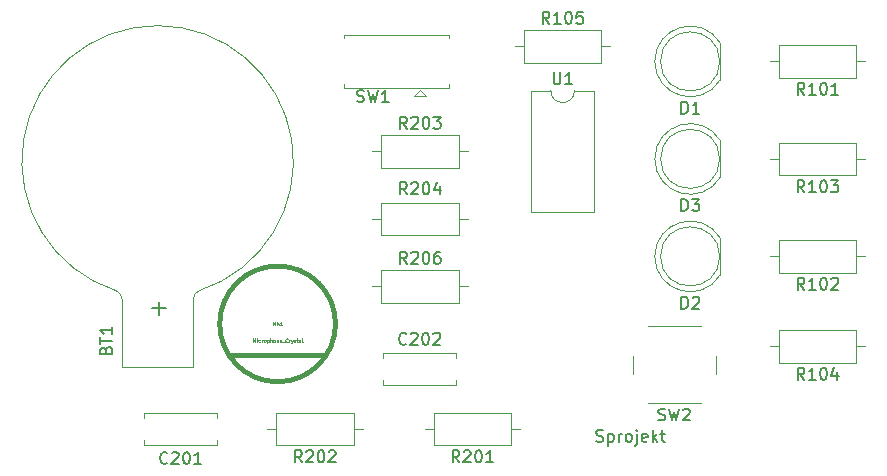
<source format=gbr>
G04 #@! TF.GenerationSoftware,KiCad,Pcbnew,(5.1.4)-1*
G04 #@! TF.CreationDate,2019-11-04T14:48:40+01:00*
G04 #@! TF.ProjectId,Soundsensor Digital,536f756e-6473-4656-9e73-6f7220446967,rev?*
G04 #@! TF.SameCoordinates,Original*
G04 #@! TF.FileFunction,Legend,Top*
G04 #@! TF.FilePolarity,Positive*
%FSLAX46Y46*%
G04 Gerber Fmt 4.6, Leading zero omitted, Abs format (unit mm)*
G04 Created by KiCad (PCBNEW (5.1.4)-1) date 2019-11-04 14:48:40*
%MOMM*%
%LPD*%
G04 APERTURE LIST*
%ADD10C,0.150000*%
%ADD11C,0.120000*%
%ADD12C,0.381000*%
%ADD13C,0.075000*%
G04 APERTURE END LIST*
D10*
X192087857Y-131849761D02*
X192230714Y-131897380D01*
X192468809Y-131897380D01*
X192564047Y-131849761D01*
X192611666Y-131802142D01*
X192659285Y-131706904D01*
X192659285Y-131611666D01*
X192611666Y-131516428D01*
X192564047Y-131468809D01*
X192468809Y-131421190D01*
X192278333Y-131373571D01*
X192183095Y-131325952D01*
X192135476Y-131278333D01*
X192087857Y-131183095D01*
X192087857Y-131087857D01*
X192135476Y-130992619D01*
X192183095Y-130945000D01*
X192278333Y-130897380D01*
X192516428Y-130897380D01*
X192659285Y-130945000D01*
X193087857Y-131230714D02*
X193087857Y-132230714D01*
X193087857Y-131278333D02*
X193183095Y-131230714D01*
X193373571Y-131230714D01*
X193468809Y-131278333D01*
X193516428Y-131325952D01*
X193564047Y-131421190D01*
X193564047Y-131706904D01*
X193516428Y-131802142D01*
X193468809Y-131849761D01*
X193373571Y-131897380D01*
X193183095Y-131897380D01*
X193087857Y-131849761D01*
X193992619Y-131897380D02*
X193992619Y-131230714D01*
X193992619Y-131421190D02*
X194040238Y-131325952D01*
X194087857Y-131278333D01*
X194183095Y-131230714D01*
X194278333Y-131230714D01*
X194754523Y-131897380D02*
X194659285Y-131849761D01*
X194611666Y-131802142D01*
X194564047Y-131706904D01*
X194564047Y-131421190D01*
X194611666Y-131325952D01*
X194659285Y-131278333D01*
X194754523Y-131230714D01*
X194897380Y-131230714D01*
X194992619Y-131278333D01*
X195040238Y-131325952D01*
X195087857Y-131421190D01*
X195087857Y-131706904D01*
X195040238Y-131802142D01*
X194992619Y-131849761D01*
X194897380Y-131897380D01*
X194754523Y-131897380D01*
X195516428Y-131230714D02*
X195516428Y-132087857D01*
X195468809Y-132183095D01*
X195373571Y-132230714D01*
X195325952Y-132230714D01*
X195516428Y-130897380D02*
X195468809Y-130945000D01*
X195516428Y-130992619D01*
X195564047Y-130945000D01*
X195516428Y-130897380D01*
X195516428Y-130992619D01*
X196373571Y-131849761D02*
X196278333Y-131897380D01*
X196087857Y-131897380D01*
X195992619Y-131849761D01*
X195945000Y-131754523D01*
X195945000Y-131373571D01*
X195992619Y-131278333D01*
X196087857Y-131230714D01*
X196278333Y-131230714D01*
X196373571Y-131278333D01*
X196421190Y-131373571D01*
X196421190Y-131468809D01*
X195945000Y-131564047D01*
X196849761Y-131897380D02*
X196849761Y-130897380D01*
X196945000Y-131516428D02*
X197230714Y-131897380D01*
X197230714Y-131230714D02*
X196849761Y-131611666D01*
X197516428Y-131230714D02*
X197897380Y-131230714D01*
X197659285Y-130897380D02*
X197659285Y-131754523D01*
X197706904Y-131849761D01*
X197802142Y-131897380D01*
X197897380Y-131897380D01*
D11*
X180435000Y-114400000D02*
X180435000Y-111660000D01*
X180435000Y-111660000D02*
X173895000Y-111660000D01*
X173895000Y-111660000D02*
X173895000Y-114400000D01*
X173895000Y-114400000D02*
X180435000Y-114400000D01*
X181205000Y-113030000D02*
X180435000Y-113030000D01*
X173125000Y-113030000D02*
X173895000Y-113030000D01*
X154894719Y-96664329D02*
G75*
G02X158440000Y-119110000I45281J-11495671D01*
G01*
X158466384Y-119108246D02*
G75*
G03X157940000Y-119860000I273616J-751754D01*
G01*
X154985281Y-96664329D02*
G75*
G03X151440000Y-119110000I-45281J-11495671D01*
G01*
X151413616Y-119108246D02*
G75*
G02X151940000Y-119860000I-273616J-751754D01*
G01*
X151940000Y-125560000D02*
X151940000Y-119860000D01*
X157940000Y-125560000D02*
X151940000Y-125560000D01*
X157940000Y-125560000D02*
X157940000Y-119860000D01*
X197035000Y-99694538D02*
G75*
G03X202585000Y-101239830I2990000J-462D01*
G01*
X197035000Y-99695462D02*
G75*
G02X202585000Y-98150170I2990000J462D01*
G01*
X202525000Y-99695000D02*
G75*
G03X202525000Y-99695000I-2500000J0D01*
G01*
X202585000Y-101240000D02*
X202585000Y-98150000D01*
X202585000Y-117750000D02*
X202585000Y-114660000D01*
X202525000Y-116205000D02*
G75*
G03X202525000Y-116205000I-2500000J0D01*
G01*
X197035000Y-116205462D02*
G75*
G02X202585000Y-114660170I2990000J462D01*
G01*
X197035000Y-116204538D02*
G75*
G03X202585000Y-117749830I2990000J-462D01*
G01*
X197035000Y-107949538D02*
G75*
G03X202585000Y-109494830I2990000J-462D01*
G01*
X197035000Y-107950462D02*
G75*
G02X202585000Y-106405170I2990000J462D01*
G01*
X202525000Y-107950000D02*
G75*
G03X202525000Y-107950000I-2500000J0D01*
G01*
X202585000Y-109495000D02*
X202585000Y-106405000D01*
X214090000Y-101065000D02*
X214090000Y-98325000D01*
X214090000Y-98325000D02*
X207550000Y-98325000D01*
X207550000Y-98325000D02*
X207550000Y-101065000D01*
X207550000Y-101065000D02*
X214090000Y-101065000D01*
X214860000Y-99695000D02*
X214090000Y-99695000D01*
X206780000Y-99695000D02*
X207550000Y-99695000D01*
X206780000Y-116205000D02*
X207550000Y-116205000D01*
X214860000Y-116205000D02*
X214090000Y-116205000D01*
X207550000Y-117575000D02*
X214090000Y-117575000D01*
X207550000Y-114835000D02*
X207550000Y-117575000D01*
X214090000Y-114835000D02*
X207550000Y-114835000D01*
X214090000Y-117575000D02*
X214090000Y-114835000D01*
X214090000Y-109320000D02*
X214090000Y-106580000D01*
X214090000Y-106580000D02*
X207550000Y-106580000D01*
X207550000Y-106580000D02*
X207550000Y-109320000D01*
X207550000Y-109320000D02*
X214090000Y-109320000D01*
X214860000Y-107950000D02*
X214090000Y-107950000D01*
X206780000Y-107950000D02*
X207550000Y-107950000D01*
X206780000Y-123825000D02*
X207550000Y-123825000D01*
X214860000Y-123825000D02*
X214090000Y-123825000D01*
X207550000Y-125195000D02*
X214090000Y-125195000D01*
X207550000Y-122455000D02*
X207550000Y-125195000D01*
X214090000Y-122455000D02*
X207550000Y-122455000D01*
X214090000Y-125195000D02*
X214090000Y-122455000D01*
X193270000Y-98425000D02*
X192500000Y-98425000D01*
X185190000Y-98425000D02*
X185960000Y-98425000D01*
X192500000Y-97055000D02*
X185960000Y-97055000D01*
X192500000Y-99795000D02*
X192500000Y-97055000D01*
X185960000Y-99795000D02*
X192500000Y-99795000D01*
X185960000Y-97055000D02*
X185960000Y-99795000D01*
X184880000Y-132180000D02*
X184880000Y-129440000D01*
X184880000Y-129440000D02*
X178340000Y-129440000D01*
X178340000Y-129440000D02*
X178340000Y-132180000D01*
X178340000Y-132180000D02*
X184880000Y-132180000D01*
X185650000Y-130810000D02*
X184880000Y-130810000D01*
X177570000Y-130810000D02*
X178340000Y-130810000D01*
X171545000Y-132180000D02*
X171545000Y-129440000D01*
X171545000Y-129440000D02*
X165005000Y-129440000D01*
X165005000Y-129440000D02*
X165005000Y-132180000D01*
X165005000Y-132180000D02*
X171545000Y-132180000D01*
X172315000Y-130810000D02*
X171545000Y-130810000D01*
X164235000Y-130810000D02*
X165005000Y-130810000D01*
X181205000Y-107315000D02*
X180435000Y-107315000D01*
X173125000Y-107315000D02*
X173895000Y-107315000D01*
X180435000Y-105945000D02*
X173895000Y-105945000D01*
X180435000Y-108685000D02*
X180435000Y-105945000D01*
X173895000Y-108685000D02*
X180435000Y-108685000D01*
X173895000Y-105945000D02*
X173895000Y-108685000D01*
X181205000Y-118745000D02*
X180435000Y-118745000D01*
X173125000Y-118745000D02*
X173895000Y-118745000D01*
X180435000Y-117375000D02*
X173895000Y-117375000D01*
X180435000Y-120115000D02*
X180435000Y-117375000D01*
X173895000Y-120115000D02*
X180435000Y-120115000D01*
X173895000Y-117375000D02*
X173895000Y-120115000D01*
X179575000Y-101955000D02*
X170755000Y-101955000D01*
X170755000Y-101955000D02*
X170755000Y-101645000D01*
X170755000Y-97435000D02*
X179575000Y-97435000D01*
X179575000Y-101645000D02*
X179575000Y-101955000D01*
X179575000Y-97435000D02*
X179575000Y-97745000D01*
X170755000Y-97435000D02*
X170755000Y-97745000D01*
X177665000Y-102655000D02*
X177165000Y-102155000D01*
X177165000Y-102155000D02*
X176665000Y-102655000D01*
X176665000Y-102655000D02*
X177665000Y-102655000D01*
X200930000Y-122135000D02*
X196430000Y-122135000D01*
X202180000Y-126135000D02*
X202180000Y-124635000D01*
X196430000Y-128635000D02*
X200930000Y-128635000D01*
X195180000Y-124635000D02*
X195180000Y-126135000D01*
X190230000Y-102175000D02*
G75*
G02X188230000Y-102175000I-1000000J0D01*
G01*
X188230000Y-102175000D02*
X186580000Y-102175000D01*
X186580000Y-102175000D02*
X186580000Y-112455000D01*
X186580000Y-112455000D02*
X191880000Y-112455000D01*
X191880000Y-112455000D02*
X191880000Y-102175000D01*
X191880000Y-102175000D02*
X190230000Y-102175000D01*
X153765000Y-129885000D02*
X153765000Y-129440000D01*
X153765000Y-132180000D02*
X153765000Y-131735000D01*
X160005000Y-129885000D02*
X160005000Y-129440000D01*
X160005000Y-132180000D02*
X160005000Y-131735000D01*
X160005000Y-129440000D02*
X153765000Y-129440000D01*
X160005000Y-132180000D02*
X153765000Y-132180000D01*
X174005000Y-124360000D02*
X180245000Y-124360000D01*
X174005000Y-127100000D02*
X180245000Y-127100000D01*
X174005000Y-124360000D02*
X174005000Y-124805000D01*
X174005000Y-126655000D02*
X174005000Y-127100000D01*
X180245000Y-124360000D02*
X180245000Y-124805000D01*
X180245000Y-126655000D02*
X180245000Y-127100000D01*
D12*
X170000000Y-121920000D02*
G75*
G03X170000000Y-121920000I-4900000J0D01*
G01*
X161100000Y-124520000D02*
X169100000Y-124520000D01*
D10*
X176045952Y-110942380D02*
X175712619Y-110466190D01*
X175474523Y-110942380D02*
X175474523Y-109942380D01*
X175855476Y-109942380D01*
X175950714Y-109990000D01*
X175998333Y-110037619D01*
X176045952Y-110132857D01*
X176045952Y-110275714D01*
X175998333Y-110370952D01*
X175950714Y-110418571D01*
X175855476Y-110466190D01*
X175474523Y-110466190D01*
X176426904Y-110037619D02*
X176474523Y-109990000D01*
X176569761Y-109942380D01*
X176807857Y-109942380D01*
X176903095Y-109990000D01*
X176950714Y-110037619D01*
X176998333Y-110132857D01*
X176998333Y-110228095D01*
X176950714Y-110370952D01*
X176379285Y-110942380D01*
X176998333Y-110942380D01*
X177617380Y-109942380D02*
X177712619Y-109942380D01*
X177807857Y-109990000D01*
X177855476Y-110037619D01*
X177903095Y-110132857D01*
X177950714Y-110323333D01*
X177950714Y-110561428D01*
X177903095Y-110751904D01*
X177855476Y-110847142D01*
X177807857Y-110894761D01*
X177712619Y-110942380D01*
X177617380Y-110942380D01*
X177522142Y-110894761D01*
X177474523Y-110847142D01*
X177426904Y-110751904D01*
X177379285Y-110561428D01*
X177379285Y-110323333D01*
X177426904Y-110132857D01*
X177474523Y-110037619D01*
X177522142Y-109990000D01*
X177617380Y-109942380D01*
X178807857Y-110275714D02*
X178807857Y-110942380D01*
X178569761Y-109894761D02*
X178331666Y-110609047D01*
X178950714Y-110609047D01*
X150568571Y-124145714D02*
X150616190Y-124002857D01*
X150663809Y-123955238D01*
X150759047Y-123907619D01*
X150901904Y-123907619D01*
X150997142Y-123955238D01*
X151044761Y-124002857D01*
X151092380Y-124098095D01*
X151092380Y-124479047D01*
X150092380Y-124479047D01*
X150092380Y-124145714D01*
X150140000Y-124050476D01*
X150187619Y-124002857D01*
X150282857Y-123955238D01*
X150378095Y-123955238D01*
X150473333Y-124002857D01*
X150520952Y-124050476D01*
X150568571Y-124145714D01*
X150568571Y-124479047D01*
X150092380Y-123621904D02*
X150092380Y-123050476D01*
X151092380Y-123336190D02*
X150092380Y-123336190D01*
X151092380Y-122193333D02*
X151092380Y-122764761D01*
X151092380Y-122479047D02*
X150092380Y-122479047D01*
X150235238Y-122574285D01*
X150330476Y-122669523D01*
X150378095Y-122764761D01*
X155047142Y-121181428D02*
X155047142Y-120038571D01*
X155618571Y-120610000D02*
X154475714Y-120610000D01*
X199286904Y-104107380D02*
X199286904Y-103107380D01*
X199525000Y-103107380D01*
X199667857Y-103155000D01*
X199763095Y-103250238D01*
X199810714Y-103345476D01*
X199858333Y-103535952D01*
X199858333Y-103678809D01*
X199810714Y-103869285D01*
X199763095Y-103964523D01*
X199667857Y-104059761D01*
X199525000Y-104107380D01*
X199286904Y-104107380D01*
X200810714Y-104107380D02*
X200239285Y-104107380D01*
X200525000Y-104107380D02*
X200525000Y-103107380D01*
X200429761Y-103250238D01*
X200334523Y-103345476D01*
X200239285Y-103393095D01*
X199286904Y-120617380D02*
X199286904Y-119617380D01*
X199525000Y-119617380D01*
X199667857Y-119665000D01*
X199763095Y-119760238D01*
X199810714Y-119855476D01*
X199858333Y-120045952D01*
X199858333Y-120188809D01*
X199810714Y-120379285D01*
X199763095Y-120474523D01*
X199667857Y-120569761D01*
X199525000Y-120617380D01*
X199286904Y-120617380D01*
X200239285Y-119712619D02*
X200286904Y-119665000D01*
X200382142Y-119617380D01*
X200620238Y-119617380D01*
X200715476Y-119665000D01*
X200763095Y-119712619D01*
X200810714Y-119807857D01*
X200810714Y-119903095D01*
X200763095Y-120045952D01*
X200191666Y-120617380D01*
X200810714Y-120617380D01*
X199286904Y-112362380D02*
X199286904Y-111362380D01*
X199525000Y-111362380D01*
X199667857Y-111410000D01*
X199763095Y-111505238D01*
X199810714Y-111600476D01*
X199858333Y-111790952D01*
X199858333Y-111933809D01*
X199810714Y-112124285D01*
X199763095Y-112219523D01*
X199667857Y-112314761D01*
X199525000Y-112362380D01*
X199286904Y-112362380D01*
X200191666Y-111362380D02*
X200810714Y-111362380D01*
X200477380Y-111743333D01*
X200620238Y-111743333D01*
X200715476Y-111790952D01*
X200763095Y-111838571D01*
X200810714Y-111933809D01*
X200810714Y-112171904D01*
X200763095Y-112267142D01*
X200715476Y-112314761D01*
X200620238Y-112362380D01*
X200334523Y-112362380D01*
X200239285Y-112314761D01*
X200191666Y-112267142D01*
X209700952Y-102517380D02*
X209367619Y-102041190D01*
X209129523Y-102517380D02*
X209129523Y-101517380D01*
X209510476Y-101517380D01*
X209605714Y-101565000D01*
X209653333Y-101612619D01*
X209700952Y-101707857D01*
X209700952Y-101850714D01*
X209653333Y-101945952D01*
X209605714Y-101993571D01*
X209510476Y-102041190D01*
X209129523Y-102041190D01*
X210653333Y-102517380D02*
X210081904Y-102517380D01*
X210367619Y-102517380D02*
X210367619Y-101517380D01*
X210272380Y-101660238D01*
X210177142Y-101755476D01*
X210081904Y-101803095D01*
X211272380Y-101517380D02*
X211367619Y-101517380D01*
X211462857Y-101565000D01*
X211510476Y-101612619D01*
X211558095Y-101707857D01*
X211605714Y-101898333D01*
X211605714Y-102136428D01*
X211558095Y-102326904D01*
X211510476Y-102422142D01*
X211462857Y-102469761D01*
X211367619Y-102517380D01*
X211272380Y-102517380D01*
X211177142Y-102469761D01*
X211129523Y-102422142D01*
X211081904Y-102326904D01*
X211034285Y-102136428D01*
X211034285Y-101898333D01*
X211081904Y-101707857D01*
X211129523Y-101612619D01*
X211177142Y-101565000D01*
X211272380Y-101517380D01*
X212558095Y-102517380D02*
X211986666Y-102517380D01*
X212272380Y-102517380D02*
X212272380Y-101517380D01*
X212177142Y-101660238D01*
X212081904Y-101755476D01*
X211986666Y-101803095D01*
X209700952Y-119027380D02*
X209367619Y-118551190D01*
X209129523Y-119027380D02*
X209129523Y-118027380D01*
X209510476Y-118027380D01*
X209605714Y-118075000D01*
X209653333Y-118122619D01*
X209700952Y-118217857D01*
X209700952Y-118360714D01*
X209653333Y-118455952D01*
X209605714Y-118503571D01*
X209510476Y-118551190D01*
X209129523Y-118551190D01*
X210653333Y-119027380D02*
X210081904Y-119027380D01*
X210367619Y-119027380D02*
X210367619Y-118027380D01*
X210272380Y-118170238D01*
X210177142Y-118265476D01*
X210081904Y-118313095D01*
X211272380Y-118027380D02*
X211367619Y-118027380D01*
X211462857Y-118075000D01*
X211510476Y-118122619D01*
X211558095Y-118217857D01*
X211605714Y-118408333D01*
X211605714Y-118646428D01*
X211558095Y-118836904D01*
X211510476Y-118932142D01*
X211462857Y-118979761D01*
X211367619Y-119027380D01*
X211272380Y-119027380D01*
X211177142Y-118979761D01*
X211129523Y-118932142D01*
X211081904Y-118836904D01*
X211034285Y-118646428D01*
X211034285Y-118408333D01*
X211081904Y-118217857D01*
X211129523Y-118122619D01*
X211177142Y-118075000D01*
X211272380Y-118027380D01*
X211986666Y-118122619D02*
X212034285Y-118075000D01*
X212129523Y-118027380D01*
X212367619Y-118027380D01*
X212462857Y-118075000D01*
X212510476Y-118122619D01*
X212558095Y-118217857D01*
X212558095Y-118313095D01*
X212510476Y-118455952D01*
X211939047Y-119027380D01*
X212558095Y-119027380D01*
X209700952Y-110772380D02*
X209367619Y-110296190D01*
X209129523Y-110772380D02*
X209129523Y-109772380D01*
X209510476Y-109772380D01*
X209605714Y-109820000D01*
X209653333Y-109867619D01*
X209700952Y-109962857D01*
X209700952Y-110105714D01*
X209653333Y-110200952D01*
X209605714Y-110248571D01*
X209510476Y-110296190D01*
X209129523Y-110296190D01*
X210653333Y-110772380D02*
X210081904Y-110772380D01*
X210367619Y-110772380D02*
X210367619Y-109772380D01*
X210272380Y-109915238D01*
X210177142Y-110010476D01*
X210081904Y-110058095D01*
X211272380Y-109772380D02*
X211367619Y-109772380D01*
X211462857Y-109820000D01*
X211510476Y-109867619D01*
X211558095Y-109962857D01*
X211605714Y-110153333D01*
X211605714Y-110391428D01*
X211558095Y-110581904D01*
X211510476Y-110677142D01*
X211462857Y-110724761D01*
X211367619Y-110772380D01*
X211272380Y-110772380D01*
X211177142Y-110724761D01*
X211129523Y-110677142D01*
X211081904Y-110581904D01*
X211034285Y-110391428D01*
X211034285Y-110153333D01*
X211081904Y-109962857D01*
X211129523Y-109867619D01*
X211177142Y-109820000D01*
X211272380Y-109772380D01*
X211939047Y-109772380D02*
X212558095Y-109772380D01*
X212224761Y-110153333D01*
X212367619Y-110153333D01*
X212462857Y-110200952D01*
X212510476Y-110248571D01*
X212558095Y-110343809D01*
X212558095Y-110581904D01*
X212510476Y-110677142D01*
X212462857Y-110724761D01*
X212367619Y-110772380D01*
X212081904Y-110772380D01*
X211986666Y-110724761D01*
X211939047Y-110677142D01*
X209700952Y-126647380D02*
X209367619Y-126171190D01*
X209129523Y-126647380D02*
X209129523Y-125647380D01*
X209510476Y-125647380D01*
X209605714Y-125695000D01*
X209653333Y-125742619D01*
X209700952Y-125837857D01*
X209700952Y-125980714D01*
X209653333Y-126075952D01*
X209605714Y-126123571D01*
X209510476Y-126171190D01*
X209129523Y-126171190D01*
X210653333Y-126647380D02*
X210081904Y-126647380D01*
X210367619Y-126647380D02*
X210367619Y-125647380D01*
X210272380Y-125790238D01*
X210177142Y-125885476D01*
X210081904Y-125933095D01*
X211272380Y-125647380D02*
X211367619Y-125647380D01*
X211462857Y-125695000D01*
X211510476Y-125742619D01*
X211558095Y-125837857D01*
X211605714Y-126028333D01*
X211605714Y-126266428D01*
X211558095Y-126456904D01*
X211510476Y-126552142D01*
X211462857Y-126599761D01*
X211367619Y-126647380D01*
X211272380Y-126647380D01*
X211177142Y-126599761D01*
X211129523Y-126552142D01*
X211081904Y-126456904D01*
X211034285Y-126266428D01*
X211034285Y-126028333D01*
X211081904Y-125837857D01*
X211129523Y-125742619D01*
X211177142Y-125695000D01*
X211272380Y-125647380D01*
X212462857Y-125980714D02*
X212462857Y-126647380D01*
X212224761Y-125599761D02*
X211986666Y-126314047D01*
X212605714Y-126314047D01*
X188110952Y-96507380D02*
X187777619Y-96031190D01*
X187539523Y-96507380D02*
X187539523Y-95507380D01*
X187920476Y-95507380D01*
X188015714Y-95555000D01*
X188063333Y-95602619D01*
X188110952Y-95697857D01*
X188110952Y-95840714D01*
X188063333Y-95935952D01*
X188015714Y-95983571D01*
X187920476Y-96031190D01*
X187539523Y-96031190D01*
X189063333Y-96507380D02*
X188491904Y-96507380D01*
X188777619Y-96507380D02*
X188777619Y-95507380D01*
X188682380Y-95650238D01*
X188587142Y-95745476D01*
X188491904Y-95793095D01*
X189682380Y-95507380D02*
X189777619Y-95507380D01*
X189872857Y-95555000D01*
X189920476Y-95602619D01*
X189968095Y-95697857D01*
X190015714Y-95888333D01*
X190015714Y-96126428D01*
X189968095Y-96316904D01*
X189920476Y-96412142D01*
X189872857Y-96459761D01*
X189777619Y-96507380D01*
X189682380Y-96507380D01*
X189587142Y-96459761D01*
X189539523Y-96412142D01*
X189491904Y-96316904D01*
X189444285Y-96126428D01*
X189444285Y-95888333D01*
X189491904Y-95697857D01*
X189539523Y-95602619D01*
X189587142Y-95555000D01*
X189682380Y-95507380D01*
X190920476Y-95507380D02*
X190444285Y-95507380D01*
X190396666Y-95983571D01*
X190444285Y-95935952D01*
X190539523Y-95888333D01*
X190777619Y-95888333D01*
X190872857Y-95935952D01*
X190920476Y-95983571D01*
X190968095Y-96078809D01*
X190968095Y-96316904D01*
X190920476Y-96412142D01*
X190872857Y-96459761D01*
X190777619Y-96507380D01*
X190539523Y-96507380D01*
X190444285Y-96459761D01*
X190396666Y-96412142D01*
X180490952Y-133632380D02*
X180157619Y-133156190D01*
X179919523Y-133632380D02*
X179919523Y-132632380D01*
X180300476Y-132632380D01*
X180395714Y-132680000D01*
X180443333Y-132727619D01*
X180490952Y-132822857D01*
X180490952Y-132965714D01*
X180443333Y-133060952D01*
X180395714Y-133108571D01*
X180300476Y-133156190D01*
X179919523Y-133156190D01*
X180871904Y-132727619D02*
X180919523Y-132680000D01*
X181014761Y-132632380D01*
X181252857Y-132632380D01*
X181348095Y-132680000D01*
X181395714Y-132727619D01*
X181443333Y-132822857D01*
X181443333Y-132918095D01*
X181395714Y-133060952D01*
X180824285Y-133632380D01*
X181443333Y-133632380D01*
X182062380Y-132632380D02*
X182157619Y-132632380D01*
X182252857Y-132680000D01*
X182300476Y-132727619D01*
X182348095Y-132822857D01*
X182395714Y-133013333D01*
X182395714Y-133251428D01*
X182348095Y-133441904D01*
X182300476Y-133537142D01*
X182252857Y-133584761D01*
X182157619Y-133632380D01*
X182062380Y-133632380D01*
X181967142Y-133584761D01*
X181919523Y-133537142D01*
X181871904Y-133441904D01*
X181824285Y-133251428D01*
X181824285Y-133013333D01*
X181871904Y-132822857D01*
X181919523Y-132727619D01*
X181967142Y-132680000D01*
X182062380Y-132632380D01*
X183348095Y-133632380D02*
X182776666Y-133632380D01*
X183062380Y-133632380D02*
X183062380Y-132632380D01*
X182967142Y-132775238D01*
X182871904Y-132870476D01*
X182776666Y-132918095D01*
X167155952Y-133632380D02*
X166822619Y-133156190D01*
X166584523Y-133632380D02*
X166584523Y-132632380D01*
X166965476Y-132632380D01*
X167060714Y-132680000D01*
X167108333Y-132727619D01*
X167155952Y-132822857D01*
X167155952Y-132965714D01*
X167108333Y-133060952D01*
X167060714Y-133108571D01*
X166965476Y-133156190D01*
X166584523Y-133156190D01*
X167536904Y-132727619D02*
X167584523Y-132680000D01*
X167679761Y-132632380D01*
X167917857Y-132632380D01*
X168013095Y-132680000D01*
X168060714Y-132727619D01*
X168108333Y-132822857D01*
X168108333Y-132918095D01*
X168060714Y-133060952D01*
X167489285Y-133632380D01*
X168108333Y-133632380D01*
X168727380Y-132632380D02*
X168822619Y-132632380D01*
X168917857Y-132680000D01*
X168965476Y-132727619D01*
X169013095Y-132822857D01*
X169060714Y-133013333D01*
X169060714Y-133251428D01*
X169013095Y-133441904D01*
X168965476Y-133537142D01*
X168917857Y-133584761D01*
X168822619Y-133632380D01*
X168727380Y-133632380D01*
X168632142Y-133584761D01*
X168584523Y-133537142D01*
X168536904Y-133441904D01*
X168489285Y-133251428D01*
X168489285Y-133013333D01*
X168536904Y-132822857D01*
X168584523Y-132727619D01*
X168632142Y-132680000D01*
X168727380Y-132632380D01*
X169441666Y-132727619D02*
X169489285Y-132680000D01*
X169584523Y-132632380D01*
X169822619Y-132632380D01*
X169917857Y-132680000D01*
X169965476Y-132727619D01*
X170013095Y-132822857D01*
X170013095Y-132918095D01*
X169965476Y-133060952D01*
X169394047Y-133632380D01*
X170013095Y-133632380D01*
X176045952Y-105397380D02*
X175712619Y-104921190D01*
X175474523Y-105397380D02*
X175474523Y-104397380D01*
X175855476Y-104397380D01*
X175950714Y-104445000D01*
X175998333Y-104492619D01*
X176045952Y-104587857D01*
X176045952Y-104730714D01*
X175998333Y-104825952D01*
X175950714Y-104873571D01*
X175855476Y-104921190D01*
X175474523Y-104921190D01*
X176426904Y-104492619D02*
X176474523Y-104445000D01*
X176569761Y-104397380D01*
X176807857Y-104397380D01*
X176903095Y-104445000D01*
X176950714Y-104492619D01*
X176998333Y-104587857D01*
X176998333Y-104683095D01*
X176950714Y-104825952D01*
X176379285Y-105397380D01*
X176998333Y-105397380D01*
X177617380Y-104397380D02*
X177712619Y-104397380D01*
X177807857Y-104445000D01*
X177855476Y-104492619D01*
X177903095Y-104587857D01*
X177950714Y-104778333D01*
X177950714Y-105016428D01*
X177903095Y-105206904D01*
X177855476Y-105302142D01*
X177807857Y-105349761D01*
X177712619Y-105397380D01*
X177617380Y-105397380D01*
X177522142Y-105349761D01*
X177474523Y-105302142D01*
X177426904Y-105206904D01*
X177379285Y-105016428D01*
X177379285Y-104778333D01*
X177426904Y-104587857D01*
X177474523Y-104492619D01*
X177522142Y-104445000D01*
X177617380Y-104397380D01*
X178284047Y-104397380D02*
X178903095Y-104397380D01*
X178569761Y-104778333D01*
X178712619Y-104778333D01*
X178807857Y-104825952D01*
X178855476Y-104873571D01*
X178903095Y-104968809D01*
X178903095Y-105206904D01*
X178855476Y-105302142D01*
X178807857Y-105349761D01*
X178712619Y-105397380D01*
X178426904Y-105397380D01*
X178331666Y-105349761D01*
X178284047Y-105302142D01*
X176045952Y-116827380D02*
X175712619Y-116351190D01*
X175474523Y-116827380D02*
X175474523Y-115827380D01*
X175855476Y-115827380D01*
X175950714Y-115875000D01*
X175998333Y-115922619D01*
X176045952Y-116017857D01*
X176045952Y-116160714D01*
X175998333Y-116255952D01*
X175950714Y-116303571D01*
X175855476Y-116351190D01*
X175474523Y-116351190D01*
X176426904Y-115922619D02*
X176474523Y-115875000D01*
X176569761Y-115827380D01*
X176807857Y-115827380D01*
X176903095Y-115875000D01*
X176950714Y-115922619D01*
X176998333Y-116017857D01*
X176998333Y-116113095D01*
X176950714Y-116255952D01*
X176379285Y-116827380D01*
X176998333Y-116827380D01*
X177617380Y-115827380D02*
X177712619Y-115827380D01*
X177807857Y-115875000D01*
X177855476Y-115922619D01*
X177903095Y-116017857D01*
X177950714Y-116208333D01*
X177950714Y-116446428D01*
X177903095Y-116636904D01*
X177855476Y-116732142D01*
X177807857Y-116779761D01*
X177712619Y-116827380D01*
X177617380Y-116827380D01*
X177522142Y-116779761D01*
X177474523Y-116732142D01*
X177426904Y-116636904D01*
X177379285Y-116446428D01*
X177379285Y-116208333D01*
X177426904Y-116017857D01*
X177474523Y-115922619D01*
X177522142Y-115875000D01*
X177617380Y-115827380D01*
X178807857Y-115827380D02*
X178617380Y-115827380D01*
X178522142Y-115875000D01*
X178474523Y-115922619D01*
X178379285Y-116065476D01*
X178331666Y-116255952D01*
X178331666Y-116636904D01*
X178379285Y-116732142D01*
X178426904Y-116779761D01*
X178522142Y-116827380D01*
X178712619Y-116827380D01*
X178807857Y-116779761D01*
X178855476Y-116732142D01*
X178903095Y-116636904D01*
X178903095Y-116398809D01*
X178855476Y-116303571D01*
X178807857Y-116255952D01*
X178712619Y-116208333D01*
X178522142Y-116208333D01*
X178426904Y-116255952D01*
X178379285Y-116303571D01*
X178331666Y-116398809D01*
X171841666Y-103089761D02*
X171984523Y-103137380D01*
X172222619Y-103137380D01*
X172317857Y-103089761D01*
X172365476Y-103042142D01*
X172413095Y-102946904D01*
X172413095Y-102851666D01*
X172365476Y-102756428D01*
X172317857Y-102708809D01*
X172222619Y-102661190D01*
X172032142Y-102613571D01*
X171936904Y-102565952D01*
X171889285Y-102518333D01*
X171841666Y-102423095D01*
X171841666Y-102327857D01*
X171889285Y-102232619D01*
X171936904Y-102185000D01*
X172032142Y-102137380D01*
X172270238Y-102137380D01*
X172413095Y-102185000D01*
X172746428Y-102137380D02*
X172984523Y-103137380D01*
X173175000Y-102423095D01*
X173365476Y-103137380D01*
X173603571Y-102137380D01*
X174508333Y-103137380D02*
X173936904Y-103137380D01*
X174222619Y-103137380D02*
X174222619Y-102137380D01*
X174127380Y-102280238D01*
X174032142Y-102375476D01*
X173936904Y-102423095D01*
X197346666Y-130039761D02*
X197489523Y-130087380D01*
X197727619Y-130087380D01*
X197822857Y-130039761D01*
X197870476Y-129992142D01*
X197918095Y-129896904D01*
X197918095Y-129801666D01*
X197870476Y-129706428D01*
X197822857Y-129658809D01*
X197727619Y-129611190D01*
X197537142Y-129563571D01*
X197441904Y-129515952D01*
X197394285Y-129468333D01*
X197346666Y-129373095D01*
X197346666Y-129277857D01*
X197394285Y-129182619D01*
X197441904Y-129135000D01*
X197537142Y-129087380D01*
X197775238Y-129087380D01*
X197918095Y-129135000D01*
X198251428Y-129087380D02*
X198489523Y-130087380D01*
X198680000Y-129373095D01*
X198870476Y-130087380D01*
X199108571Y-129087380D01*
X199441904Y-129182619D02*
X199489523Y-129135000D01*
X199584761Y-129087380D01*
X199822857Y-129087380D01*
X199918095Y-129135000D01*
X199965714Y-129182619D01*
X200013333Y-129277857D01*
X200013333Y-129373095D01*
X199965714Y-129515952D01*
X199394285Y-130087380D01*
X200013333Y-130087380D01*
X188468095Y-100627380D02*
X188468095Y-101436904D01*
X188515714Y-101532142D01*
X188563333Y-101579761D01*
X188658571Y-101627380D01*
X188849047Y-101627380D01*
X188944285Y-101579761D01*
X188991904Y-101532142D01*
X189039523Y-101436904D01*
X189039523Y-100627380D01*
X190039523Y-101627380D02*
X189468095Y-101627380D01*
X189753809Y-101627380D02*
X189753809Y-100627380D01*
X189658571Y-100770238D01*
X189563333Y-100865476D01*
X189468095Y-100913095D01*
X155765952Y-133667142D02*
X155718333Y-133714761D01*
X155575476Y-133762380D01*
X155480238Y-133762380D01*
X155337380Y-133714761D01*
X155242142Y-133619523D01*
X155194523Y-133524285D01*
X155146904Y-133333809D01*
X155146904Y-133190952D01*
X155194523Y-133000476D01*
X155242142Y-132905238D01*
X155337380Y-132810000D01*
X155480238Y-132762380D01*
X155575476Y-132762380D01*
X155718333Y-132810000D01*
X155765952Y-132857619D01*
X156146904Y-132857619D02*
X156194523Y-132810000D01*
X156289761Y-132762380D01*
X156527857Y-132762380D01*
X156623095Y-132810000D01*
X156670714Y-132857619D01*
X156718333Y-132952857D01*
X156718333Y-133048095D01*
X156670714Y-133190952D01*
X156099285Y-133762380D01*
X156718333Y-133762380D01*
X157337380Y-132762380D02*
X157432619Y-132762380D01*
X157527857Y-132810000D01*
X157575476Y-132857619D01*
X157623095Y-132952857D01*
X157670714Y-133143333D01*
X157670714Y-133381428D01*
X157623095Y-133571904D01*
X157575476Y-133667142D01*
X157527857Y-133714761D01*
X157432619Y-133762380D01*
X157337380Y-133762380D01*
X157242142Y-133714761D01*
X157194523Y-133667142D01*
X157146904Y-133571904D01*
X157099285Y-133381428D01*
X157099285Y-133143333D01*
X157146904Y-132952857D01*
X157194523Y-132857619D01*
X157242142Y-132810000D01*
X157337380Y-132762380D01*
X158623095Y-133762380D02*
X158051666Y-133762380D01*
X158337380Y-133762380D02*
X158337380Y-132762380D01*
X158242142Y-132905238D01*
X158146904Y-133000476D01*
X158051666Y-133048095D01*
X176005952Y-123587142D02*
X175958333Y-123634761D01*
X175815476Y-123682380D01*
X175720238Y-123682380D01*
X175577380Y-123634761D01*
X175482142Y-123539523D01*
X175434523Y-123444285D01*
X175386904Y-123253809D01*
X175386904Y-123110952D01*
X175434523Y-122920476D01*
X175482142Y-122825238D01*
X175577380Y-122730000D01*
X175720238Y-122682380D01*
X175815476Y-122682380D01*
X175958333Y-122730000D01*
X176005952Y-122777619D01*
X176386904Y-122777619D02*
X176434523Y-122730000D01*
X176529761Y-122682380D01*
X176767857Y-122682380D01*
X176863095Y-122730000D01*
X176910714Y-122777619D01*
X176958333Y-122872857D01*
X176958333Y-122968095D01*
X176910714Y-123110952D01*
X176339285Y-123682380D01*
X176958333Y-123682380D01*
X177577380Y-122682380D02*
X177672619Y-122682380D01*
X177767857Y-122730000D01*
X177815476Y-122777619D01*
X177863095Y-122872857D01*
X177910714Y-123063333D01*
X177910714Y-123301428D01*
X177863095Y-123491904D01*
X177815476Y-123587142D01*
X177767857Y-123634761D01*
X177672619Y-123682380D01*
X177577380Y-123682380D01*
X177482142Y-123634761D01*
X177434523Y-123587142D01*
X177386904Y-123491904D01*
X177339285Y-123301428D01*
X177339285Y-123063333D01*
X177386904Y-122872857D01*
X177434523Y-122777619D01*
X177482142Y-122730000D01*
X177577380Y-122682380D01*
X178291666Y-122777619D02*
X178339285Y-122730000D01*
X178434523Y-122682380D01*
X178672619Y-122682380D01*
X178767857Y-122730000D01*
X178815476Y-122777619D01*
X178863095Y-122872857D01*
X178863095Y-122968095D01*
X178815476Y-123110952D01*
X178244047Y-123682380D01*
X178863095Y-123682380D01*
D13*
X164707142Y-122055714D02*
X164707142Y-121755714D01*
X164807142Y-121970000D01*
X164907142Y-121755714D01*
X164907142Y-122055714D01*
X165050000Y-122055714D02*
X165050000Y-121755714D01*
X165221428Y-122055714D02*
X165092857Y-121884285D01*
X165221428Y-121755714D02*
X165050000Y-121927142D01*
X165507142Y-122055714D02*
X165335714Y-122055714D01*
X165421428Y-122055714D02*
X165421428Y-121755714D01*
X165392857Y-121798571D01*
X165364285Y-121827142D01*
X165335714Y-121841428D01*
X163007142Y-123455714D02*
X163007142Y-123155714D01*
X163107142Y-123370000D01*
X163207142Y-123155714D01*
X163207142Y-123455714D01*
X163350000Y-123455714D02*
X163350000Y-123255714D01*
X163350000Y-123155714D02*
X163335714Y-123170000D01*
X163350000Y-123184285D01*
X163364285Y-123170000D01*
X163350000Y-123155714D01*
X163350000Y-123184285D01*
X163621428Y-123441428D02*
X163592857Y-123455714D01*
X163535714Y-123455714D01*
X163507142Y-123441428D01*
X163492857Y-123427142D01*
X163478571Y-123398571D01*
X163478571Y-123312857D01*
X163492857Y-123284285D01*
X163507142Y-123270000D01*
X163535714Y-123255714D01*
X163592857Y-123255714D01*
X163621428Y-123270000D01*
X163750000Y-123455714D02*
X163750000Y-123255714D01*
X163750000Y-123312857D02*
X163764285Y-123284285D01*
X163778571Y-123270000D01*
X163807142Y-123255714D01*
X163835714Y-123255714D01*
X163978571Y-123455714D02*
X163950000Y-123441428D01*
X163935714Y-123427142D01*
X163921428Y-123398571D01*
X163921428Y-123312857D01*
X163935714Y-123284285D01*
X163950000Y-123270000D01*
X163978571Y-123255714D01*
X164021428Y-123255714D01*
X164050000Y-123270000D01*
X164064285Y-123284285D01*
X164078571Y-123312857D01*
X164078571Y-123398571D01*
X164064285Y-123427142D01*
X164050000Y-123441428D01*
X164021428Y-123455714D01*
X163978571Y-123455714D01*
X164207142Y-123255714D02*
X164207142Y-123555714D01*
X164207142Y-123270000D02*
X164235714Y-123255714D01*
X164292857Y-123255714D01*
X164321428Y-123270000D01*
X164335714Y-123284285D01*
X164350000Y-123312857D01*
X164350000Y-123398571D01*
X164335714Y-123427142D01*
X164321428Y-123441428D01*
X164292857Y-123455714D01*
X164235714Y-123455714D01*
X164207142Y-123441428D01*
X164478571Y-123455714D02*
X164478571Y-123155714D01*
X164607142Y-123455714D02*
X164607142Y-123298571D01*
X164592857Y-123270000D01*
X164564285Y-123255714D01*
X164521428Y-123255714D01*
X164492857Y-123270000D01*
X164478571Y-123284285D01*
X164792857Y-123455714D02*
X164764285Y-123441428D01*
X164750000Y-123427142D01*
X164735714Y-123398571D01*
X164735714Y-123312857D01*
X164750000Y-123284285D01*
X164764285Y-123270000D01*
X164792857Y-123255714D01*
X164835714Y-123255714D01*
X164864285Y-123270000D01*
X164878571Y-123284285D01*
X164892857Y-123312857D01*
X164892857Y-123398571D01*
X164878571Y-123427142D01*
X164864285Y-123441428D01*
X164835714Y-123455714D01*
X164792857Y-123455714D01*
X165021428Y-123255714D02*
X165021428Y-123455714D01*
X165021428Y-123284285D02*
X165035714Y-123270000D01*
X165064285Y-123255714D01*
X165107142Y-123255714D01*
X165135714Y-123270000D01*
X165150000Y-123298571D01*
X165150000Y-123455714D01*
X165407142Y-123441428D02*
X165378571Y-123455714D01*
X165321428Y-123455714D01*
X165292857Y-123441428D01*
X165278571Y-123412857D01*
X165278571Y-123298571D01*
X165292857Y-123270000D01*
X165321428Y-123255714D01*
X165378571Y-123255714D01*
X165407142Y-123270000D01*
X165421428Y-123298571D01*
X165421428Y-123327142D01*
X165278571Y-123355714D01*
X165478571Y-123484285D02*
X165707142Y-123484285D01*
X165950000Y-123427142D02*
X165935714Y-123441428D01*
X165892857Y-123455714D01*
X165864285Y-123455714D01*
X165821428Y-123441428D01*
X165792857Y-123412857D01*
X165778571Y-123384285D01*
X165764285Y-123327142D01*
X165764285Y-123284285D01*
X165778571Y-123227142D01*
X165792857Y-123198571D01*
X165821428Y-123170000D01*
X165864285Y-123155714D01*
X165892857Y-123155714D01*
X165935714Y-123170000D01*
X165950000Y-123184285D01*
X166078571Y-123455714D02*
X166078571Y-123255714D01*
X166078571Y-123312857D02*
X166092857Y-123284285D01*
X166107142Y-123270000D01*
X166135714Y-123255714D01*
X166164285Y-123255714D01*
X166235714Y-123255714D02*
X166307142Y-123455714D01*
X166378571Y-123255714D02*
X166307142Y-123455714D01*
X166278571Y-123527142D01*
X166264285Y-123541428D01*
X166235714Y-123555714D01*
X166478571Y-123441428D02*
X166507142Y-123455714D01*
X166564285Y-123455714D01*
X166592857Y-123441428D01*
X166607142Y-123412857D01*
X166607142Y-123398571D01*
X166592857Y-123370000D01*
X166564285Y-123355714D01*
X166521428Y-123355714D01*
X166492857Y-123341428D01*
X166478571Y-123312857D01*
X166478571Y-123298571D01*
X166492857Y-123270000D01*
X166521428Y-123255714D01*
X166564285Y-123255714D01*
X166592857Y-123270000D01*
X166692857Y-123255714D02*
X166807142Y-123255714D01*
X166735714Y-123155714D02*
X166735714Y-123412857D01*
X166750000Y-123441428D01*
X166778571Y-123455714D01*
X166807142Y-123455714D01*
X167035714Y-123455714D02*
X167035714Y-123298571D01*
X167021428Y-123270000D01*
X166992857Y-123255714D01*
X166935714Y-123255714D01*
X166907142Y-123270000D01*
X167035714Y-123441428D02*
X167007142Y-123455714D01*
X166935714Y-123455714D01*
X166907142Y-123441428D01*
X166892857Y-123412857D01*
X166892857Y-123384285D01*
X166907142Y-123355714D01*
X166935714Y-123341428D01*
X167007142Y-123341428D01*
X167035714Y-123327142D01*
X167221428Y-123455714D02*
X167192857Y-123441428D01*
X167178571Y-123412857D01*
X167178571Y-123155714D01*
M02*

</source>
